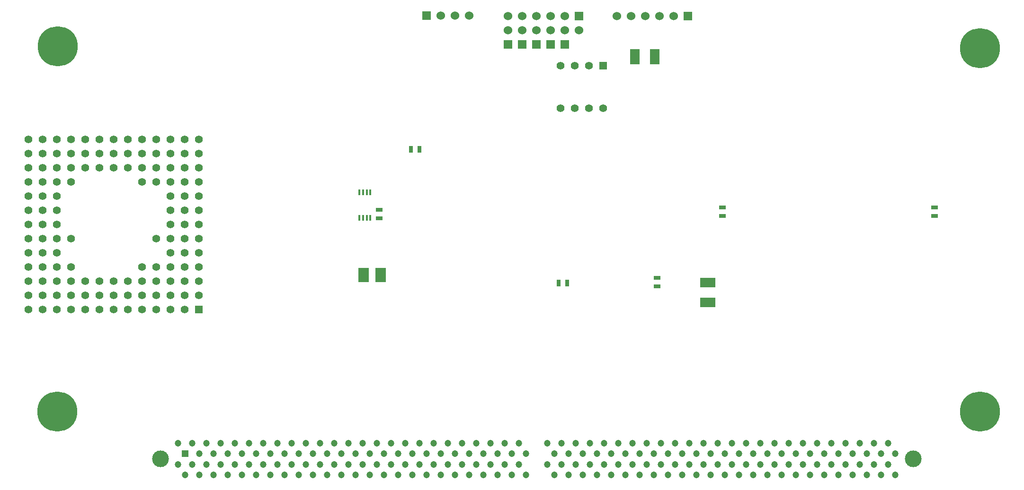
<source format=gbs>
G04 (created by PCBNEW (2013-07-07 BZR 4022)-stable) date 2015-08-26 18:09:03*
%MOIN*%
G04 Gerber Fmt 3.4, Leading zero omitted, Abs format*
%FSLAX34Y34*%
G01*
G70*
G90*
G04 APERTURE LIST*
%ADD10C,0.00590551*%
%ADD11C,0.055*%
%ADD12R,0.055X0.055*%
%ADD13R,0.045X0.025*%
%ADD14R,0.025X0.045*%
%ADD15R,0.06X0.06*%
%ADD16C,0.06*%
%ADD17R,0.0768X0.0984*%
%ADD18C,0.0472441*%
%ADD19R,0.0472441X0.0472441*%
%ADD20C,0.11811*%
%ADD21R,0.0161X0.0402*%
%ADD22C,0.28189*%
%ADD23R,0.11X0.07*%
%ADD24R,0.07X0.11*%
G04 APERTURE END LIST*
G54D10*
G54D11*
X26702Y-20728D03*
X25702Y-20728D03*
X24702Y-20728D03*
X26702Y-21728D03*
X25702Y-21728D03*
X24702Y-21728D03*
X26702Y-22728D03*
X25702Y-22728D03*
X24702Y-22728D03*
X26702Y-23728D03*
X25702Y-23728D03*
X24702Y-23728D03*
X26702Y-24728D03*
X25702Y-24728D03*
X24702Y-24728D03*
X26702Y-25728D03*
X25702Y-25728D03*
X24702Y-25728D03*
X26702Y-26728D03*
X25702Y-26728D03*
X24702Y-26728D03*
X26702Y-27728D03*
X25702Y-27728D03*
X24702Y-27728D03*
X26702Y-28728D03*
X25702Y-28728D03*
X24702Y-28728D03*
X26702Y-29728D03*
X25702Y-29728D03*
X24702Y-29728D03*
X26702Y-30728D03*
X25702Y-30728D03*
X24702Y-30728D03*
X23702Y-30728D03*
X22702Y-30728D03*
X21702Y-30728D03*
X20702Y-30728D03*
X19702Y-30728D03*
X18702Y-30728D03*
X17702Y-30728D03*
X16702Y-30728D03*
X15702Y-30728D03*
X14702Y-30728D03*
X26702Y-31728D03*
X25702Y-31728D03*
X24702Y-31728D03*
X23702Y-31728D03*
X22702Y-31728D03*
X21702Y-31728D03*
X20702Y-31728D03*
X19702Y-31728D03*
X18702Y-31728D03*
X17702Y-31728D03*
X16702Y-31728D03*
X15702Y-31728D03*
X14702Y-31728D03*
G54D12*
X26702Y-32728D03*
G54D11*
X25702Y-32728D03*
X24702Y-32728D03*
X23702Y-32728D03*
X22702Y-32728D03*
X21702Y-32728D03*
X20702Y-32728D03*
X19702Y-32728D03*
X18702Y-32728D03*
X17702Y-32728D03*
X16702Y-32728D03*
X15702Y-32728D03*
X14702Y-32728D03*
X23702Y-20728D03*
X22702Y-20728D03*
X21702Y-20728D03*
X20702Y-20728D03*
X19702Y-20728D03*
X18702Y-20728D03*
X17702Y-20728D03*
X16702Y-20728D03*
X15702Y-20728D03*
X14702Y-20728D03*
X23702Y-21728D03*
X22702Y-21728D03*
X21702Y-21728D03*
X20702Y-21728D03*
X19702Y-21728D03*
X18702Y-21728D03*
X17702Y-21728D03*
X16702Y-21728D03*
X15702Y-21728D03*
X14702Y-21728D03*
X23702Y-22728D03*
X22702Y-22728D03*
X21702Y-22728D03*
X20702Y-22728D03*
X19702Y-22728D03*
X18702Y-22728D03*
X17702Y-22728D03*
X16702Y-22728D03*
X15702Y-22728D03*
X14702Y-22728D03*
X16702Y-23728D03*
X15702Y-23728D03*
X14702Y-23728D03*
X16702Y-24728D03*
X15702Y-24728D03*
X14702Y-24728D03*
X16702Y-25728D03*
X15702Y-25728D03*
X14702Y-25728D03*
X16702Y-26728D03*
X15702Y-26728D03*
X14702Y-26728D03*
X16702Y-27728D03*
X15702Y-27728D03*
X14702Y-27728D03*
X16702Y-28728D03*
X15702Y-28728D03*
X14702Y-28728D03*
X16702Y-29728D03*
X15702Y-29728D03*
X14702Y-29728D03*
X23702Y-29728D03*
X23702Y-23728D03*
X17702Y-23728D03*
X17702Y-29728D03*
X22702Y-29728D03*
X22702Y-23728D03*
X23702Y-27728D03*
X17702Y-27728D03*
G54D13*
X78503Y-26126D03*
X78503Y-25526D03*
X63580Y-26120D03*
X63580Y-25520D03*
G54D14*
X42231Y-21417D03*
X41631Y-21417D03*
G54D15*
X42750Y-12000D03*
G54D16*
X43750Y-12000D03*
X44750Y-12000D03*
X45750Y-12000D03*
G54D15*
X48480Y-14020D03*
G54D16*
X48480Y-13020D03*
X48480Y-12020D03*
G54D15*
X49480Y-14020D03*
G54D16*
X49480Y-13020D03*
X49480Y-12020D03*
G54D15*
X50480Y-14020D03*
G54D16*
X50480Y-13020D03*
X50480Y-12020D03*
G54D15*
X53480Y-12020D03*
G54D16*
X53480Y-13020D03*
G54D15*
X61152Y-12012D03*
G54D16*
X60152Y-12012D03*
X59152Y-12012D03*
X58152Y-12012D03*
X57152Y-12012D03*
X56152Y-12012D03*
G54D12*
X55190Y-15510D03*
G54D11*
X54190Y-15510D03*
X53190Y-15510D03*
X52190Y-15510D03*
X52190Y-18510D03*
X53190Y-18510D03*
X54190Y-18510D03*
X55190Y-18510D03*
G54D17*
X39520Y-30280D03*
X38320Y-30280D03*
G54D15*
X51480Y-14020D03*
G54D16*
X51480Y-13020D03*
X51480Y-12020D03*
G54D15*
X52490Y-14020D03*
G54D16*
X52490Y-13020D03*
X52490Y-12020D03*
G54D18*
X51750Y-44400D03*
X51750Y-42900D03*
X51250Y-43650D03*
X51250Y-42150D03*
X52250Y-42150D03*
X52250Y-43650D03*
X52750Y-42900D03*
X52750Y-44400D03*
X54750Y-44400D03*
X54750Y-42900D03*
X54250Y-43650D03*
X54250Y-42150D03*
X53250Y-42150D03*
X53250Y-43650D03*
X53750Y-42900D03*
X53750Y-44400D03*
X57750Y-44400D03*
X57750Y-42900D03*
X57250Y-43650D03*
X57250Y-42150D03*
X58250Y-42150D03*
X58250Y-43650D03*
X58750Y-42900D03*
X58750Y-44400D03*
X56750Y-44400D03*
X56750Y-42900D03*
X56250Y-43650D03*
X56250Y-42150D03*
X55250Y-42150D03*
X55250Y-43650D03*
X55750Y-42900D03*
X55750Y-44400D03*
X63750Y-44400D03*
X63750Y-42900D03*
X63250Y-43650D03*
X63250Y-42150D03*
X64250Y-42150D03*
X64250Y-43650D03*
X64750Y-42900D03*
X64750Y-44400D03*
X66750Y-44400D03*
X66750Y-42900D03*
X66250Y-43650D03*
X66250Y-42150D03*
X65250Y-42150D03*
X65250Y-43650D03*
X65750Y-42900D03*
X65750Y-44400D03*
X61750Y-44400D03*
X61750Y-42900D03*
X61250Y-43650D03*
X61250Y-42150D03*
X62250Y-42150D03*
X62250Y-43650D03*
X62750Y-42900D03*
X62750Y-44400D03*
X60750Y-44400D03*
X60750Y-42900D03*
X60250Y-43650D03*
X60250Y-42150D03*
X59250Y-42150D03*
X59250Y-43650D03*
X59750Y-42900D03*
X59750Y-44400D03*
X68750Y-44400D03*
X68750Y-42900D03*
X68250Y-43650D03*
X68250Y-42150D03*
X69250Y-42150D03*
X69250Y-43650D03*
X69750Y-42900D03*
X69750Y-44400D03*
X71750Y-44400D03*
X71750Y-42900D03*
X71250Y-43650D03*
X71250Y-42150D03*
X70250Y-42150D03*
X70250Y-43650D03*
X70750Y-42900D03*
X70750Y-44400D03*
X74750Y-44400D03*
X74750Y-42900D03*
X74250Y-43650D03*
X74250Y-42150D03*
X75250Y-42150D03*
X75250Y-43650D03*
X75750Y-42900D03*
X75750Y-44400D03*
X73750Y-44400D03*
X73750Y-42900D03*
X73250Y-43650D03*
X73250Y-42150D03*
X72250Y-42150D03*
X72250Y-43650D03*
X72750Y-42900D03*
X72750Y-44400D03*
X67750Y-44400D03*
X67750Y-42900D03*
X67250Y-43650D03*
X67250Y-42150D03*
X41250Y-42150D03*
X41250Y-43650D03*
X41750Y-42900D03*
X41750Y-44400D03*
X46750Y-44400D03*
X46750Y-42900D03*
X46250Y-43650D03*
X46250Y-42150D03*
X47250Y-42150D03*
X47250Y-43650D03*
X47750Y-42900D03*
X47750Y-44400D03*
X49750Y-44400D03*
X49750Y-42900D03*
X49250Y-43650D03*
X49250Y-42150D03*
X48250Y-42150D03*
X48250Y-43650D03*
X48750Y-42900D03*
X48750Y-44400D03*
X44750Y-44400D03*
X44750Y-42900D03*
X44250Y-43650D03*
X44250Y-42150D03*
X45250Y-42150D03*
X45250Y-43650D03*
X45750Y-42900D03*
X45750Y-44400D03*
X43750Y-44400D03*
X43750Y-42900D03*
X43250Y-43650D03*
X43250Y-42150D03*
X42250Y-42150D03*
X42250Y-43650D03*
X42750Y-42900D03*
X42750Y-44400D03*
X33750Y-44400D03*
X33750Y-42900D03*
X33250Y-43650D03*
X33250Y-42150D03*
X34250Y-42150D03*
X34250Y-43650D03*
X34750Y-42900D03*
X34750Y-44400D03*
X36750Y-44400D03*
X36750Y-42900D03*
X36250Y-43650D03*
X36250Y-42150D03*
X35250Y-42150D03*
X35250Y-43650D03*
X35750Y-42900D03*
X35750Y-44400D03*
X39750Y-44400D03*
X39750Y-42900D03*
X39250Y-43650D03*
X39250Y-42150D03*
X40250Y-42150D03*
X40250Y-43650D03*
X40750Y-42900D03*
X40750Y-44400D03*
X38750Y-44400D03*
X38750Y-42900D03*
X38250Y-43650D03*
X38250Y-42150D03*
X37250Y-42150D03*
X37250Y-43650D03*
X37750Y-42900D03*
X37750Y-44400D03*
X29750Y-44400D03*
X29750Y-42900D03*
X29250Y-43650D03*
X29250Y-42150D03*
X30250Y-42150D03*
X30250Y-43650D03*
X30750Y-42900D03*
X30750Y-44400D03*
X32750Y-44400D03*
X32750Y-42900D03*
X32250Y-43650D03*
X32250Y-42150D03*
X31250Y-42150D03*
X31250Y-43650D03*
X31750Y-42900D03*
X31750Y-44400D03*
X27750Y-44400D03*
X27750Y-42900D03*
X27250Y-43650D03*
X27250Y-42150D03*
X28250Y-42150D03*
X28250Y-43650D03*
X28750Y-42900D03*
X28750Y-44400D03*
X26750Y-44400D03*
X26750Y-42900D03*
X26250Y-43650D03*
X26250Y-42150D03*
X25250Y-42150D03*
X25250Y-43650D03*
G54D19*
X25750Y-42900D03*
G54D18*
X25750Y-44400D03*
G54D20*
X77000Y-43250D03*
X24000Y-43250D03*
G54D13*
X39424Y-26291D03*
X39424Y-25691D03*
X58968Y-30498D03*
X58968Y-31098D03*
G54D14*
X52649Y-30870D03*
X52049Y-30870D03*
G54D21*
X38016Y-24454D03*
X38272Y-24454D03*
X38528Y-24454D03*
X38784Y-24454D03*
X38784Y-26266D03*
X38528Y-26266D03*
X38272Y-26266D03*
X38016Y-26266D03*
G54D22*
X81697Y-39928D03*
X81697Y-14294D03*
X16772Y-14175D03*
X16737Y-39928D03*
G54D23*
X62545Y-32235D03*
X62545Y-30835D03*
G54D24*
X58825Y-14895D03*
X57425Y-14895D03*
M02*

</source>
